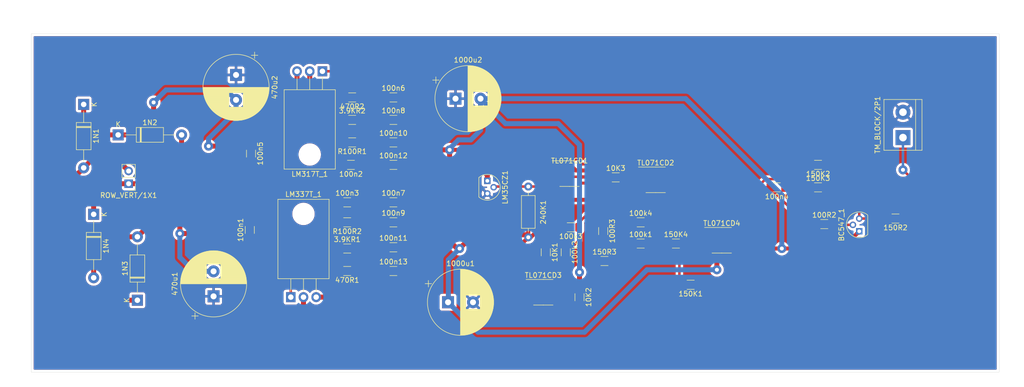
<source format=kicad_pcb>
(kicad_pcb (version 20241229) (generator "pcbnew") (generator_version "9.0")
  (layers (0 "F.Cu" signal) (2 "B.Cu" signal) (13 "F.Paste" user) (15 "B.Paste" user) (5 "F.SilkS" user "F.Silkscreen") (7 "B.SilkS" user "B.Silkscreen") (1 "F.Mask" user) (3 "B.Mask" user) (25 "Edge.Cuts" user))
  (net 0 "")
  (net 1 "Net-(1N1-K)")
  (net 2 "Net-(1N1-A)")
  (net 3 "Net-(1N2-A)")
  (net 4 "Net-(1N3-A)")
  (net 5 "Net-(LM337T_1-ADJ)")
  (net 6 "GND")
  (net 7 "Net-(LM317T_1-ADJ)")
  (net 8 "Net-(TL071CD3--)")
  (net 9 "Net-(TL071CD2-+)")
  (net 10 "Net-(3.9KR1-Pad2)")
  (net 11 "Net-(TL071CD3-+)")
  (net 12 "Net-(TL071CD1--)")
  (net 13 "Net-(TL071CD2--)")
  (net 14 "Net-(100k1-Pad2)")
  (net 15 "Net-(3.9KR2-Pad1)")
  (net 16 "Net-(100R2-Pad1)")
  (net 17 "Net-(TL071CD4--)")
  (net 18 "+12V")
  (net 19 "Net-(BC547_1-B)")
  (net 20 "Net-(100R3-Pad2)")
  (net 21 "Net-(TL071CD4-+)")
  (net 22 "Net-(BC547_1-E)")
  (net 23 "Net-(LM35CZ1-Vout)")
  (net 36 "-12V")
  (net 37 "Net-(TM_BLOCK/2P1-Pin_1)")
  (footprint "VAMK_R_SMD:1206" (layer "F.Cu") (at 188.5 107 180)
    (property "Reference" "150K1" (at 0 -1.82 0) (layer "F.SilkS"))
    (property "Value" "150k")
    (pad "1" smd roundrect (at -1.55 0 180) (size 1.3 1.75) (layers "F.Cu" "F.Mask" "F.Paste") (roundrect_rratio 0.192308) (net 37 "Net-(TM_BLOCK/2P1-Pin_1)"))
    (pad "2" smd roundrect (at 1.55 0 180) (size 1.3 1.75) (layers "F.Cu" "F.Mask" "F.Paste") (roundrect_rratio 0.192308) (net 21 "Net-(TL071CD4-+)"))
  )
  (footprint "VAMK_IC_SMD:SO8IC" (layer "F.Cu") (at 194.725 98.095)
    (property "Reference" "TL071CD4" (at 0 -3.4 0) (layer "F.SilkS"))
    (property "Value" "TL071CD_SO8")
    (pad "1" smd roundrect (at -2.475 -1.905) (size 1.95 0.6) (layers "F.Cu" "F.Mask" "F.Paste"))
    (pad "2" smd roundrect (at -2.475 -0.635) (size 1.95 0.6) (layers "F.Cu" "F.Mask" "F.Paste") (net 17 "Net-(TL071CD4--)"))
    (pad "3" smd roundrect (at -2.475 0.635) (size 1.95 0.6) (layers "F.Cu" "F.Mask" "F.Paste") (net 21 "Net-(TL071CD4-+)"))
    (pad "4" smd roundrect (at -2.475 1.905) (size 1.95 0.6) (layers "F.Cu" "F.Mask" "F.Paste") (net 36 "-12V"))
    (pad "5" smd roundrect (at 2.475 1.905) (size 1.95 0.6) (layers "F.Cu" "F.Mask" "F.Paste"))
    (pad "6" smd roundrect (at 2.475 0.635) (size 1.95 0.6) (layers "F.Cu" "F.Mask" "F.Paste") (net 16 "Net-(100R2-Pad1)"))
    (pad "7" smd roundrect (at 2.475 -0.635) (size 1.95 0.6) (layers "F.Cu" "F.Mask" "F.Paste") (net 18 "+12V"))
    (pad "8" smd roundrect (at 2.475 -1.905) (size 1.95 0.6) (layers "F.Cu" "F.Mask" "F.Paste"))
  )
  (footprint "VAMK_R_SMD:1206" (layer "F.Cu") (at 171 96.25 -90)
    (property "Reference" "100R3" (at 0 -1.82 90) (layer "F.SilkS"))
    (property "Value" "100R")
    (pad "1" smd roundrect (at -1.55 0 270) (size 1.3 1.75) (layers "F.Cu" "F.Mask" "F.Paste") (roundrect_rratio 0.192308) (net 6 "GND"))
    (pad "2" smd roundrect (at 1.55 0 270) (size 1.3 1.75) (layers "F.Cu" "F.Mask" "F.Paste") (roundrect_rratio 0.192308) (net 20 "Net-(100R3-Pad2)"))
  )
  (footprint "VAMK_R_SMD:1206" (layer "F.Cu") (at 185.55 98.75)
    (property "Reference" "150K4" (at 0 -1.82 0) (layer "F.SilkS"))
    (property "Value" "150k")
    (pad "1" smd roundrect (at -1.55 0) (size 1.3 1.75) (layers "F.Cu" "F.Mask" "F.Paste") (roundrect_rratio 0.192308) (net 14 "Net-(100k1-Pad2)"))
    (pad "2" smd roundrect (at 1.55 0) (size 1.3 1.75) (layers "F.Cu" "F.Mask" "F.Paste") (roundrect_rratio 0.192308) (net 21 "Net-(TL071CD4-+)"))
  )
  (footprint "VAMK_C_SMD:C1206" (layer "F.Cu") (at 100.25 96.025 90)
    (property "Reference" "100n1" (at 0 -1.85 90) (layer "F.SilkS"))
    (property "Value" "100NF_50V_CER")
    (pad "1" smd roundrect (at -1.475 0 90) (size 1.15 1.8) (layers "F.Cu" "F.Mask" "F.Paste") (roundrect_rratio 0.217391) (net 4 "Net-(1N3-A)"))
    (pad "2" smd roundrect (at 1.475 0 90) (size 1.15 1.8) (layers "F.Cu" "F.Mask" "F.Paste") (roundrect_rratio 0.217391) (net 6 "GND"))
  )
  (footprint "VAMK_C_SMD:C1206" (layer "F.Cu") (at 120.5 83 180)
    (property "Reference" "100n2" (at 0 -1.85 0) (layer "F.SilkS"))
    (property "Value" "100NF_50V_CER")
    (pad "1" smd roundrect (at -1.475 0 180) (size 1.15 1.8) (layers "F.Cu" "F.Mask" "F.Paste") (roundrect_rratio 0.217391) (net 6 "GND"))
    (pad "2" smd roundrect (at 1.475 0 180) (size 1.15 1.8) (layers "F.Cu" "F.Mask" "F.Paste") (roundrect_rratio 0.217391) (net 18 "+12V"))
  )
  (footprint "VAMK_R_SMD:1206" (layer "F.Cu") (at 171.25 102.25)
    (property "Reference" "150R3" (at 0 -1.82 0) (layer "F.SilkS"))
    (property "Value" "150R")
    (pad "1" smd roundrect (at -1.55 0) (size 1.3 1.75) (layers "F.Cu" "F.Mask" "F.Paste") (roundrect_rratio 0.192308) (net 20 "Net-(100R3-Pad2)"))
    (pad "2" smd roundrect (at 1.55 0) (size 1.3 1.75) (layers "F.Cu" "F.Mask" "F.Paste") (roundrect_rratio 0.192308) (net 11 "Net-(TL071CD3-+)"))
  )
  (footprint "VAMK_R_SMD:1206" (layer "F.Cu") (at 119.75 104.25 180)
    (property "Reference" "470R1" (at 0 -1.82 0) (layer "F.SilkS"))
    (property "Value" "470R")
    (pad "1" smd roundrect (at -1.55 0 180) (size 1.3 1.75) (layers "F.Cu" "F.Mask" "F.Paste") (roundrect_rratio 0.192308) (net 36 "-12V"))
    (pad "2" smd roundrect (at 1.55 0 180) (size 1.3 1.75) (layers "F.Cu" "F.Mask" "F.Paste") (roundrect_rratio 0.192308) (net 5 "Net-(LM337T_1-ADJ)"))
  )
  (footprint "VAMK_D:DO41" (layer "F.Cu") (at 77.75 110.1 90)
    (property "Reference" "1N3" (at 6.35 -2.47 90) (layer "F.SilkS"))
    (property "Value" "1N4007")
    (fp_text user "K" (at 0 -2.1 90) (layer "F.SilkS"))
    (pad "1" thru_hole rect (at 0 0 90) (size 2.2 2.2) (drill 1.1) (layers "*.Cu" "*.Mask") (net 2 "Net-(1N1-A)"))
    (pad "2" thru_hole oval (at 12.7 0 90) (size 2.2 2.2) (drill 1.1) (layers "*.Cu" "*.Mask") (net 4 "Net-(1N3-A)"))
  )
  (footprint "VAMK_D:DO41" (layer "F.Cu") (at 69 92.9 -90)
    (property "Reference" "1N4" (at 6.35 -2.47 90) (layer "F.SilkS"))
    (property "Value" "1N4007")
    (fp_text user "K" (at 0 -2.1 90) (layer "F.SilkS"))
    (pad "1" thru_hole rect (at 0 0 270) (size 2.2 2.2) (drill 1.1) (layers "*.Cu" "*.Mask") (net 3 "Net-(1N2-A)"))
    (pad "2" thru_hole oval (at 12.7 0 270) (size 2.2 2.2) (drill 1.1) (layers "*.Cu" "*.Mask") (net 4 "Net-(1N3-A)"))
  )
  (footprint "VAMK_R_SMD:1206" (layer "F.Cu") (at 214 83 180)
    (property "Reference" "150K2" (at 0 -1.82 0) (layer "F.SilkS"))
    (property "Value" "150k")
    (pad "1" smd roundrect (at -1.55 0 180) (size 1.3 1.75) (layers "F.Cu" "F.Mask" "F.Paste") (roundrect_rratio 0.192308) (net 6 "GND"))
    (pad "2" smd roundrect (at 1.55 0 180) (size 1.3 1.75) (layers "F.Cu" "F.Mask" "F.Paste") (roundrect_rratio 0.192308) (net 17 "Net-(TL071CD4--)"))
  )
  (footprint "VAMK_R_SMD:1206" (layer "F.Cu") (at 178.5 98.75)
    (property "Reference" "100k1" (at 0 -1.82 0) (layer "F.SilkS"))
    (property "Value" "100k")
    (pad "1" smd roundrect (at -1.55 0) (size 1.3 1.75) (layers "F.Cu" "F.Mask" "F.Paste") (roundrect_rratio 0.192308) (net 13 "Net-(TL071CD2--)"))
    (pad "2" smd roundrect (at 1.55 0) (size 1.3 1.75) (layers "F.Cu" "F.Mask" "F.Paste") (roundrect_rratio 0.192308) (net 14 "Net-(100k1-Pad2)"))
  )
  (footprint "VAMK_C_SMD:C1206" (layer "F.Cu") (at 129 104.25)
    (property "Reference" "100n13" (at 0 -1.85 0) (layer "F.SilkS"))
    (property "Value" "100NF_50V_CER")
    (pad "1" smd roundrect (at -1.475 0) (size 1.15 1.8) (layers "F.Cu" "F.Mask" "F.Paste") (roundrect_rratio 0.217391) (net 36 "-12V"))
    (pad "2" smd roundrect (at 1.475 0) (size 1.15 1.8) (layers "F.Cu" "F.Mask" "F.Paste") (roundrect_rratio 0.217391) (net 6 "GND"))
  )
  (footprint "VAMK_IC_SMD:SO8IC" (layer "F.Cu") (at 164.25 84.75)
    (property "Reference" "TL071CD1" (at 0 -2.56 0) (layer "F.SilkS"))
    (property "Value" "TL071CD_SO8")
    (pad "1" smd roundrect (at -2.475 -1.905) (size 1.95 0.6) (layers "F.Cu" "F.Mask" "F.Paste"))
    (pad "2" smd roundrect (at -2.475 -0.635) (size 1.95 0.6) (layers "F.Cu" "F.Mask" "F.Paste") (net 12 "Net-(TL071CD1--)"))
    (pad "3" smd roundrect (at -2.475 0.635) (size 1.95 0.6) (layers "F.Cu" "F.Mask" "F.Paste") (net 23 "Net-(LM35CZ1-Vout)"))
    (pad "4" smd roundrect (at -2.475 1.905) (size 1.95 0.6) (layers "F.Cu" "F.Mask" "F.Paste") (net 36 "-12V"))
    (pad "5" smd roundrect (at 2.475 1.905) (size 1.95 0.6) (layers "F.Cu" "F.Mask" "F.Paste"))
    (pad "6" smd roundrect (at 2.475 0.635) (size 1.95 0.6) (layers "F.Cu" "F.Mask" "F.Paste") (net 12 "Net-(TL071CD1--)"))
    (pad "7" smd roundrect (at 2.475 -0.635) (size 1.95 0.6) (layers "F.Cu" "F.Mask" "F.Paste") (net 18 "+12V"))
    (pad "8" smd roundrect (at 2.475 -1.905) (size 1.95 0.6) (layers "F.Cu" "F.Mask" "F.Paste"))
  )
  (footprint "VAMK_C_SMD:C1206" (layer "F.Cu") (at 129 90.5)
    (property "Reference" "100n7" (at 0 -1.85 0) (layer "F.SilkS"))
    (property "Value" "100NF_50V_CER")
    (pad "1" smd roundrect (at -1.475 0) (size 1.15 1.8) (layers "F.Cu" "F.Mask" "F.Paste") (roundrect_rratio 0.217391) (net 36 "-12V"))
    (pad "2" smd roundrect (at 1.475 0) (size 1.15 1.8) (layers "F.Cu" "F.Mask" "F.Paste") (roundrect_rratio 0.217391) (net 6 "GND"))
  )
  (footprint "VAMK_R:R3_5W" (layer "F.Cu") (at 156 92.5 90)
    (property "Reference" "240K1" (at 0 3 90) (layer "F.SilkS"))
    (property "Value" "240k")
    (pad "1" thru_hole circle (at -5 0 90) (size 1.6 1.6) (drill 0.8) (layers "*.Cu" "*.Mask") (net 36 "-12V"))
    (pad "2" thru_hole oval (at 5.16 0 90) (size 1.6 1.6) (drill 0.8) (layers "*.Cu" "*.Mask") (net 23 "Net-(LM35CZ1-Vout)"))
  )
  (footprint "VAMK_C_SMD:C1206" (layer "F.Cu") (at 129 99.5)
    (property "Reference" "100n11" (at 0 -1.85 0) (layer "F.SilkS"))
    (property "Value" "100NF_50V_CER")
    (pad "1" smd roundrect (at -1.475 0) (size 1.15 1.8) (layers "F.Cu" "F.Mask" "F.Paste") (roundrect_rratio 0.217391) (net 36 "-12V"))
    (pad "2" smd roundrect (at 1.475 0) (size 1.15 1.8) (layers "F.Cu" "F.Mask" "F.Paste") (roundrect_rratio 0.217391) (net 6 "GND"))
  )
  (footprint "VAMK_R_SMD:1206" (layer "F.Cu") (at 119.75 99.75)
    (property "Reference" "3.9KR1" (at 0 -1.82 0) (layer "F.SilkS"))
    (property "Value" "3.9k")
    (pad "1" smd roundrect (at -1.55 0) (size 1.3 1.75) (layers "F.Cu" "F.Mask" "F.Paste") (roundrect_rratio 0.192308) (net 5 "Net-(LM337T_1-ADJ)"))
    (pad "2" smd roundrect (at 1.55 0) (size 1.3 1.75) (layers "F.Cu" "F.Mask" "F.Paste") (roundrect_rratio 0.192308) (net 10 "Net-(3.9KR1-Pad2)"))
  )
  (footprint "VAMK_C:C_P_5_0_13" (layer "F.Cu") (at 141.434784 69.75)
    (property "Reference" "1000u2" (at 2.5 -7.75 0) (layer "F.SilkS"))
    (property "Value" "1000UF_50V_ELE")
    (pad "1" thru_hole rect (at 0 0) (size 2.4 2.4) (drill 1.2) (layers "*.Cu" "*.Mask") (net 6 "GND"))
    (pad "2" thru_hole circle (at 5 0) (size 2.4 2.4) (drill 1.2) (layers "*.Cu" "*.Mask") (net 18 "+12V"))
  )
  (footprint "VAMK_ANA:TO-92" (layer "F.Cu") (at 222.25 96.29 90)
    (property "Reference" "BC547_1" (at 1.29 -3.56 90) (layer "F.SilkS"))
    (property "Value" "BC547_TO92_0.1A")
    (pad "1" thru_hole rect (at 0 0 90) (size 1.3 1.3) (drill 0.75) (layers "*.Cu" "*.Mask") (net 18 "+12V"))
    (pad "2" thru_hole circle (at 1.28 -1.27 90) (size 1.3 1.3) (drill 0.75) (layers "*.Cu" "*.Mask") (net 19 "Net-(BC547_1-B)"))
    (pad "3" thru_hole circle (at 2.54 0 90) (size 1.3 1.3) (drill 0.75) (layers "*.Cu" "*.Mask") (net 22 "Net-(BC547_1-E)"))
  )
  (footprint "VAMK_CON:TM_BLOCK_2P" (layer "F.Cu") (at 231 77.54 90)
    (property "Reference" "TM_BLOCK/2P1" (at 2.54 -5.08 90) (layer "F.SilkS"))
    (property "Value" "TM_BLOCK_2P")
    (pad "1" thru_hole rect (at 0 0 90) (size 3 3) (drill 1.52) (layers "*.Cu" "*.Mask") (net 37 "Net-(TM_BLOCK/2P1-Pin_1)"))
    (pad "2" thru_hole circle (at 5.08 0 90) (size 3 3) (drill 1.52) (layers "*.Cu" "*.Mask") (net 6 "GND"))
  )
  (footprint "VAMK_C:C_P_5_0_13" (layer "F.Cu") (at 139.934785 110.5)
    (property "Reference" "1000u1" (at 2.5 -7.75 0) (layer "F.SilkS"))
    (property "Value" "1000UF_50V_ELE")
    (pad "1" thru_hole rect (at 0 0) (size 2.4 2.4) (drill 1.2) (layers "*.Cu" "*.Mask") (net 36 "-12V"))
    (pad "2" thru_hole circle (at 5 0) (size 2.4 2.4) (drill 1.2) (layers "*.Cu" "*.Mask") (net 6 "GND"))
  )
  (footprint "VAMK_R_SMD:1206" (layer "F.Cu") (at 120.75 74)
    (property "Reference" "3.9KR2" (at 0 -1.82 0) (layer "F.SilkS"))
    (property "Value" "3.9k")
    (pad "1" smd roundrect (at -1.55 0) (size 1.3 1.75) (layers "F.Cu" "F.Mask" "F.Paste") (roundrect_rratio 0.192308) (net 15 "Net-(3.9KR2-Pad1)"))
    (pad "2" smd roundrect (at 1.55 0) (size 1.3 1.75) (layers "F.Cu" "F.Mask" "F.Paste") (roundrect_rratio 0.192308) (net 7 "Net-(LM317T_1-ADJ)"))
  )
  (footprint "VAMK_R_SMD:1206" (layer "F.Cu") (at 166.25 109.5 -90)
    (property "Reference" "10K2" (at 0 -1.82 90) (layer "F.SilkS"))
    (property "Value" "10k")
    (pad "1" smd roundrect (at -1.55 0 270) (size 1.3 1.75) (layers "F.Cu" "F.Mask" "F.Paste") (roundrect_rratio 0.192308) (net 18 "+12V"))
    (pad "2" smd roundrect (at 1.55 0 270) (size 1.3 1.75) (layers "F.Cu" "F.Mask" "F.Paste") (roundrect_rratio 0.192308) (net 11 "Net-(TL071CD3-+)"))
  )
  (footprint "VAMK_D:DO41" (layer "F.Cu") (at 73.9 77)
    (property "Reference" "1N2" (at 6.35 -2.47 0) (layer "F.SilkS"))
    (property "Value" "1N4007")
    (fp_text user "K" (at 0 -2.1 0) (layer "F.SilkS"))
    (pad "1" thru_hole rect (at 0 0) (size 2.2 2.2) (drill 1.1) (layers "*.Cu" "*.Mask") (net 1 "Net-(1N1-K)"))
    (pad "2" thru_hole oval (at 12.7 0) (size 2.2 2.2) (drill 1.1) (layers "*.Cu" "*.Mask") (net 3 "Net-(1N2-A)"))
  )
  (footprint "VAMK_R_SMD:1206" (layer "F.Cu") (at 120.75 78.5 180)
    (property "Reference" "R100R1" (at 0 -1.82 0) (layer "F.SilkS"))
    (property "Value" "100R")
    (pad "1" smd roundrect (at -1.55 0 180) (size 1.3 1.75) (layers "F.Cu" "F.Mask" "F.Paste") (roundrect_rratio 0.192308) (net 6 "GND"))
    (pad "2" smd roundrect (at 1.55 0 180) (size 1.3 1.75) (layers "F.Cu" "F.Mask" "F.Paste") (roundrect_rratio 0.192308) (net 15 "Net-(3.9KR2-Pad1)"))
  )
  (footprint "VAMK_C_SMD:C1206" (layer "F.Cu") (at 129 74)
    (property "Reference" "100n8" (at 0 -1.85 0) (layer "F.SilkS"))
    (property "Value" "100NF_50V_CER")
    (pad "1" smd roundrect (at -1.475 0) (size 1.15 1.8) (layers "F.Cu" "F.Mask" "F.Paste") (roundrect_rratio 0.217391) (net 6 "GND"))
    (pad "2" smd roundrect (at 1.475 0) (size 1.15 1.8) (layers "F.Cu" "F.Mask" "F.Paste") (roundrect_rratio 0.217391) (net 18 "+12V"))
  )
  (footprint "VAMK_R_SMD:1206" (layer "F.Cu") (at 119.75 94.5 180)
    (property "Reference" "R100R2" (at 0 -1.82 0) (layer "F.SilkS"))
    (property "Value" "100R")
    (pad "1" smd roundrect (at -1.55 0 180) (size 1.3 1.75) (layers "F.Cu" "F.Mask" "F.Paste") (roundrect_rratio 0.192308) (net 10 "Net-(3.9KR1-Pad2)"))
    (pad "2" smd roundrect (at 1.55 0 180) (size 1.3 1.75) (layers "F.Cu" "F.Mask" "F.Paste") (roundrect_rratio 0.192308) (net 6 "GND"))
  )
  (footprint "VAMK_R_SMD:1206" (layer "F.Cu") (at 215.25 94.86)
    (property "Reference" "100R2" (at 0 -1.82 0) (layer "F.SilkS"))
    (property "Value" "100R")
    (pad "1" smd roundrect (at -1.55 0) (size 1.3 1.75) (layers "F.Cu" "F.Mask" "F.Paste") (roundrect_rratio 0.192308) (net 16 "Net-(100R2-Pad1)"))
    (pad "2" smd roundrect (at 1.55 0) (size 1.3 1.75) (layers "F.Cu" "F.Mask" "F.Paste") (roundrect_rratio 0.192308) (net 19 "Net-(BC547_1-B)"))
  )
  (footprint "VAMK_CON:ROW_VERT_1x2" (layer "F.Cu") (at 76 86.775 180)
    (property "Reference" "ROW_VERT/1X1" (at 0 -2.33 0) (layer "F.SilkS"))
    (property "Value" "ROW_VERT_1X2")
    (pad "1" thru_hole rect (at 0 0 180) (size 1.7 1.7) (drill 1) (layers "*.Cu" "*.Mask") (net 3 "Net-(1N2-A)"))
    (pad "2" thru_hole oval (at 0 2.54 180) (size 1.7 1.7) (drill 1) (layers "*.Cu" "*.Mask") (net 2 "Net-(1N1-A)"))
  )
  (footprint "VAMK_C:C_P_5_0_13" (layer "F.Cu") (at 97.5 65 -90)
    (property "Reference" "470u2" (at 2.5 -7.75 90) (layer "F.SilkS"))
    (property "Value" "470UF_50V_ELE")
    (pad "1" thru_hole rect (at 0 0 270) (size 2.4 2.4) (drill 1.2) (layers "*.Cu" "*.Mask") (net 6 "GND"))
    (pad "2" thru_hole circle (at 5 0 270) (size 2.4 2.4) (drill 1.2) (layers "*.Cu" "*.Mask") (net 1 "Net-(1N1-K)"))
  )
  (footprint "VAMK_R_SMD:1206" (layer "F.Cu") (at 178.5 94.5)
    (property "Reference" "100k4" (at 0 -1.82 0) (layer "F.SilkS"))
    (property "Value" "100k")
    (pad "1" smd roundrect (at -1.55 0) (size 1.3 1.75) (layers "F.Cu" "F.Mask" "F.Paste") (roundrect_rratio 0.192308) (net 13 "Net-(TL071CD2--)"))
    (pad "2" smd roundrect (at 1.55 0) (size 1.3 1.75) (layers "F.Cu" "F.Mask" "F.Paste") (roundrect_rratio 0.192308) (net 14 "Net-(100k1-Pad2)"))
  )
  (footprint "VAMK_R_SMD:1206" (layer "F.Cu") (at 229.5 93.75 180)
    (property "Reference" "150R2" (at 0 -1.82 0) (layer "F.SilkS"))
    (property "Value" "150R")
    (pad "1" smd roundrect (at -1.55 0 180) (size 1.3 1.75) (layers "F.Cu" "F.Mask" "F.Paste") (roundrect_rratio 0.192308) (net 37 "Net-(TM_BLOCK/2P1-Pin_1)"))
    (pad "2" smd roundrect (at 1.55 0 180) (size 1.3 1.75) (layers "F.Cu" "F.Mask" "F.Paste") (roundrect_rratio 0.192308) (net 22 "Net-(BC547_1-E)"))
  )
  (footprint "VAMK_C_SMD:C1206" (layer "F.Cu") (at 119.75 90.5)
    (property "Reference" "100n3" (at 0 -1.85 0) (layer "F.SilkS"))
    (property "Value" "100NF_50V_CER")
    (pad "1" smd roundrect (at -1.475 0) (size 1.15 1.8) (layers "F.Cu" "F.Mask" "F.Paste") (roundrect_rratio 0.217391) (net 6 "GND"))
    (pad "2" smd roundrect (at 1.475 0) (size 1.15 1.8) (layers "F.Cu" "F.Mask" "F.Paste") (roundrect_rratio 0.217391) (net 36 "-12V"))
  )
  (footprint "VAMK_C_SMD:C1206" (layer "F.Cu") (at 129 94.5)
    (property "Reference" "100n9" (at 0 -1.85 0) (layer "F.SilkS"))
    (property "Value" "100NF_50V_CER")
    (pad "1" smd roundrect (at -1.475 0) (size 1.15 1.8) (layers "F.Cu" "F.Mask" "F.Paste") (roundrect_rratio 0.217391) (net 36 "-12V"))
    (pad "2" smd roundrect (at 1.475 0) (size 1.15 1.8) (layers "F.Cu" "F.Mask" "F.Paste") (roundrect_rratio 0.217391) (net 6 "GND"))
  )
  (footprint "VAMK_R_SMD:1206" (layer "F.Cu") (at 159.5 100.5 -90)
    (property "Reference" "10K1" (at 0 -1.82 90) (layer "F.SilkS"))
    (property "Value" "10k")
    (pad "1" smd roundrect (at -1.55 0 270) (size 1.3 1.75) (layers "F.Cu" "F.Mask" "F.Paste") (roundrect_rratio 0.192308) (net 9 "Net-(TL071CD2-+)"))
    (pad "2" smd roundrect (at 1.55 0 270) (size 1.3 1.75) (layers "F.Cu" "F.Mask" "F.Paste") (roundrect_rratio 0.192308) (net 8 "Net-(TL071CD3--)"))
  )
  (footprint "VAMK_IC_SMD:SO8IC" (layer "F.Cu") (at 159 108.5)
    (property "Reference" "TL071CD3" (at 0 -3.4 0) (layer "F.SilkS"))
    (property "Value" "TL071CD_SO8")
    (pad "1" smd roundrect (at -2.475 -1.905) (size 1.95 0.6) (layers "F.Cu" "F.Mask" "F.Paste"))
    (pad "2" smd roundrect (at -2.475 -0.635) (size 1.95 0.6) (layers "F.Cu" "F.Mask" "F.Paste") (net 8 "Net-(TL071CD3--)"))
    (pad "3" smd roundrect (at -2.475 0.635) (size 1.95 0.6) (layers "F.Cu" "F.Mask" "F.Paste") (net 11 "Net-(TL071CD3-+)"))
    (pad "4" smd roundrect (at -2.475 1.905) (size 1.95 0.6) (layers "F.Cu" "F.Mask" "F.Paste") (net 36 "-12V"))
    (pad "5" smd roundrect (at 2.475 1.905) (size 1.95 0.6) (layers "F.Cu" "F.Mask" "F.Paste"))
    (pad "6" smd roundrect (at 2.475 0.635) (size 1.95 0.6) (layers "F.Cu" "F.Mask" "F.Paste") (net 8 "Net-(TL071CD3--)"))
    (pad "7" smd roundrect (at 2.475 -0.635) (size 1.95 0.6) (layers "F.Cu" "F.Mask" "F.Paste") (net 18 "+12V"))
    (pad "8" smd roundrect (at 2.475 -1.905) (size 1.95 0.6) (layers "F.Cu" "F.Mask" "F.Paste"))
  )
  (footprint "VAMK_C_SMD:C1206" (layer "F.Cu") (at 100.5 80.75 -90)
    (property "Reference" "100n5" (at 0 -1.85 90) (layer "F.SilkS"))
    (property "Value" "100NF_50V_CER")
    (pad "1" smd roundrect (at -1.475 0 270) (size 1.15 1.8) (layers "F.Cu" "F.Mask" "F.Paste") (roundrect_rratio 0.217391) (net 1 "Net-(1N1-K)"))
    (pad "2" smd roundrect (at 1.475 0 270) (size 1.15 1.8) (layers "F.Cu" "F.Mask" "F.Paste") (roundrect_rratio 0.217391) (net 6 "GND"))
  )
  (footprint "VAMK_R_SMD:1206" (layer "F.Cu") (at 164.5 95.5 180)
    (property "Reference" "100k3" (at 0 -1.82 0) (layer "F.SilkS"))
    (property "Value" "100k")
    (pad "1" smd roundrect (at -1.55 0 180) (size 1.3 1.75) (layers "F.Cu" "F.Mask" "F.Paste") (roundrect_rratio 0.192308) (net 9 "Net-(TL071CD2-+)"))
    (pad "2" smd roundrect (at 1.55 0 180) (size 1.3 1.75) (layers "F.Cu" "F.Mask" "F.Paste") (roundrect_rratio 0.192308) (net 6 "GND"))
  )
  (footprint "VAMK_IC:TO-92" (layer "F.Cu") (at 147.8 86.2 -90)
    (property "Reference" "LM35CZ1" (at 1.29 -3.56 90) (layer "F.SilkS"))
    (property "Value" "LM35CZ_TO92")
    (pad "1" thru_hole rect (at 0 0 270) (size 1.3 1.3) (drill 0.75) (layers "*.Cu" "*.Mask") (net 18 "+12V"))
    (pad "2" thru_hole circle (at 1.28 -1.27 270) (size 1.3 1.3) (drill 0.75) (layers "*.Cu" "*.Mask") (net 23 "Net-(LM35CZ1-Vout)"))
    (pad "3" thru_hole circle (at 2.54 0 270) (size 1.3 1.3) (drill 0.75) (layers "*.Cu" "*.Mask") (net 6 "GND"))
  )
  (footprint "VAMK_C_SMD:C1206" (layer "F.Cu") (at 129 69.5)
    (property "Reference" "100n6" (at 0 -1.85 0) (layer "F.SilkS"))
    (property "Value" "100NF_50V_CER" (hide yes))
    (pad "1" smd roundrect (at -1.475 0) (size 1.15 1.8) (layers "F.Cu" "F.Mask" "F.Paste") (roundrect_rratio 0.217391) (net 6 "GND"))
    (pad "2" smd roundrect (at 1.475 0) (size 1.15 1.8) (layers "F.Cu" "F.Mask" "F.Paste") (roundrect_rratio 0.217391) (net 18 "+12V"))
  )
  (footprint "VAMK_C_SMD:C1206" (layer "F.Cu") (at 129 83)
    (property "Reference" "100n12" (at 0 -1.85 0) (layer "F.SilkS"))
    (property "Value" "100NF_50V_CER")
    (pad "1" smd roundrect (at -1.475 0) (size 1.15 1.8) (layers "F.Cu" "F.Mask" "F.Paste") (roundrect_rratio 0.217391) (net 6 "GND"))
    (pad "2" smd roundrect (at 1.475 0) (size 1.15 1.8) (layers "F.Cu" "F.Mask" "F.Paste") (roundrect_rratio 0.217391) (net 18 "+12V"))
  )
  (footprint "VAMK_C_SMD:C1206" (layer "F.Cu") (at 205.75 87.5 180)
    (property "Reference" "100n4" (at 0 -1.85 0) (layer "F.SilkS"))
    (property "Value" "100NF_50V_CER")
    (pad "1" smd roundrect (at -1.475 0 180) (size 1.15 1.8) (layers "F.Cu" "F.Mask" "F.Paste") (roundrect_rratio 0.217391) (net 17 "Net-(TL071CD4--)"))
    (pad "2" smd roundrect (at 1.475 0 180) (size 1.15 1.8) (layers "F.Cu" "F.Mask" "F.Paste") (roundrect_rratio 0.217391) (net 16 "Net-(100R2-Pad1)"))
  )
  (footprint "VAMK_D:DO41" (layer "F.Cu") (at 67 70.9 -90)
    (property "Reference" "1N1" (at 6.35 -2.47 90) (layer "F.SilkS"))
    (property "Value" "1N4007")
    (fp_text user "K" (at 0 -2.1 90) (layer "F.SilkS"))
    (pad "1" thru_hole rect (at 0 0 270) (size 2.2 2.2) (drill 1.1) (layers "*.Cu" "*.Mask") (net 1 "Net-(1N1-K)"))
    (pad "2" thru_hole oval (at 12.7 0 270) (size 2.2 2.2) (drill 1.1) (layers "*.Cu" "*.Mask") (net 2 "Net-(1N1-A)"))
  )
  (footprint "VAMK_R_SMD:1206" (layer "F.Cu") (at 120.75 69.5 180)
    (property "Reference" "470R2" (at 0 -1.82 0) (layer "F.SilkS"))
    (property "Value" "470R")
    (pad "1" smd roundrect (at -1.55 0 180) (size 1.3 1.75) (layers "F.Cu" "F.Mask" "F.Paste") (roundrect_rratio 0.192308) (net 7 "Net-(LM317T_1-ADJ)"))
    (pad "2" smd roundrect (at 1.55 0 180) (size 1.3 1.75) (layers "F.Cu" "F.Mask" "F.Paste") (roundrect_rratio 0.192308) (net 18 "+12V"))
  )
  (footprint "VAMK_R_SMD:1206" (layer "F.Cu") (at 163.5 100.5 -90)
    (property "Reference" "100k2" (at 0 -1.82 90) (layer "F.SilkS"))
    (property "Value" "100k")
    (pad "1" smd roundrect (at -1.55 0 270) (size 1.3 1.75) (layers "F.Cu" "F.Mask" "F.Paste") (roundrect_rratio 0.192308) (net 9 "Net-(TL071CD2-+)"))
    (pad "2" smd roundrect (at 1.55 0 270) (size 1.3 1.75) (layers "F.Cu" "F.Mask" "F.Paste") (roundrect_rratio 0.192308) (net 6 "GND"))
  )
  (footprint "VAMK_ANA:TO-220" (layer "F.Cu") (at 114.79 64.27 180)
    (property "Reference" "LM317T_1" (at 2.54 -20.58 0) (layer "F.SilkS"))
    (property "Value" "LM317T_TO220_1.5A")
    (pad "" np_thru_hole oval (at 2.54 -16.66 180) (size 3.5 3.5) (drill 3.5) (layers "*.Cu" "*.Mask"))
    (pad "1" thru_hole rect (at 0 0 180) (size 1.905 2) (drill 1.1) (layers "*.Cu" "*.Mask") (net 7 "Net-(LM317T_1-ADJ)"))
    (pad "2" thru_hole oval (at 2.54 0 180) (size 1.905 2) (drill 1.1) (layers "*.Cu" "*.Mask") (net 18 "+12V"))
    (pad "3" thru_hole oval (at 5.08 0 180) (size 1.905 2) (drill 1.1) (layers "*.Cu" "*.Mask") (net 1 "Net-(1N1-K)"))
  )
  (footprint "VAMK_R_SMD:1206" (layer "F.Cu") (at 214 87.5)
    (property "Reference" "150K3" (at 0 -1.82 0) (layer "F.SilkS"))
    (property "Value" "150k")
    (pad "1" smd roundrect (at -1.55 0) (size 1.3 1.75) (layers "F.Cu" "F.Mask" "F.Paste") (roundrect_rratio 0.192308) (net 17 "Net-(TL071CD4--)"))
    (pad "2" smd roundrect (at 1.55 0) (size 1.3 1.75) (layers "F.Cu" "F.Mask" "F.Paste") (roundrect_rratio 0.192308) (net 22 "Net-(BC547_1-E)"))
  )
  (footprint "VAMK_IC_SMD:SO8IC" (layer "F.Cu") (at 181.5 86)
    (property "Reference" "TL071CD2" (at 0 -3.4 0) (layer "F.SilkS"))
    (property "Value" "TL071CD_SO8")
    (pad "1" smd roundrect (at -2.475 -1.905) (size 1.95 0.6) (layers "F.Cu" "F.Mask" "F.Paste"))
    (pad "2" smd roundrect (at -2.475 -0.635) (size 1.95 0.6) (layers "F.Cu" "F.Mask" "F.Paste") (net 13 "Net-(TL071CD2--)"))
    (pad "3" smd roundrect (at -2.475 0.635) (size 1.95 0.6) (layers "F.Cu" "F.Mask" "F.Paste") (net 9 "Net-(TL071CD2-+)"))
    (pad "4" smd roundrect (at -2.475 1.905) (size 1.95 0.6) (layers "F.Cu" "F.Mask" "F.Paste") (net 36 "-12V"))
    (pad "5" smd roundrect (at 2.475 1.905) (size 1.95 0.6) (layers "F.Cu" "F.Mask" "F.Paste"))
    (pad "6" smd roundrect (at 2.475 0.635) (size 1.95 0.6) (layers "F.Cu" "F.Mask" "F.Paste") (net 14 "Net-(100k1-Pad2)"))
    (pad "7" smd roundrect (at 2.475 -0.635) (size 1.95 0.6) (layers "F.Cu" "F.Mask" "F.Paste") (net 18 "+12V"))
    (pad "8" smd roundrect (at 2.475 -1.905) (size 1.95 0.6) (layers "F.Cu" "F.Mask" "F.Paste"))
  )
  (footprint "VAMK_R_SMD:1206" (layer "F.Cu") (at 173.5 85.5)
    (property "Reference" "10K3" (at 0 -1.82 0) (layer "F.SilkS"))
    (property "Value" "10k")
    (pad "1" smd roundrect (at -1.55 0) (size 1.3 1.75) (layers "F.Cu" "F.Mask" "F.Paste") (roundrect_rratio 0.192308) (net 12 "Net-(TL071CD1--)"))
    (pad "2" smd roundrect (at 1.55 0) (size 1.3 1.75) (layers "F.Cu" "F.Mask" "F.Paste") (roundrect_rratio 0.192308) (net 13 "Net-(TL071CD2--)"))
  )
  (footprint "VAMK_ANA:TO-220" (layer "F.Cu") (at 108.46 109.48)
    (property "Reference" "LM337T_1" (at 2.54 -20.58 0) (layer "F.SilkS"))
    (property "Value" "LM337T_TO220_1.5A")
    (pad "" np_thru_hole oval (at 2.54 -16.66) (size 3.5 3.5) (drill 3.5) (layers "*.Cu" "*.Mask"))
    (pad "1" thru_hole rect (at 0 0) (size 1.905 2) (drill 1.1) (layers "*.Cu" "*.Mask") (net 5 "Net-(LM337T_1-ADJ)"))
    (pad "2" thru_hole oval (at 2.54 0) (size 1.905 2) (drill 1.1) (layers "*.Cu" "*.Mask") (net 4 "Net-(1N3-A)"))
    (pad "3" thru_hole oval (at 5.08 0) (size 1.905 2) (drill 1.1) (layers "*.Cu" "*.Mask") (net 36 "-12V"))
  )
  (footprint "VAMK_C_SMD:C1206" (layer "F.Cu") (at 129 78.5)
    (property "Reference" "100n10" (at 0 -1.85 0) (layer "F.SilkS"))
    (property "Value" "100NF_50V_CER")
    (pad "1" smd roundrect (at -1.475 0) (size 1.15 1.8) (layers "F.Cu" "F.Mask" "F.Paste") (roundrect_rratio 0.217391) (net 6 "GND"))
    (pad "2" smd roundrect (at 1.475 0) (size 1.15 1.8) (layers "F.Cu" "F.Mask" "F.Paste") (roundrect_rratio 0.217391) (net 18 "+12V"))
  )
  (footprint "VAMK_C:C_P_5_0_13" (layer "F.Cu") (at 93 109.315216 90)
    (property "Reference" "470u1" (at 2.5 -7.75 90) (layer "F.SilkS"))
    (property "Value" "470UF_50V_ELE")
    (pad "1" thru_hole rect (at 0 0 90) (size 2.4 2.4) (drill 1.2) (layers "*.Cu" "*.Mask") (net 6 "GND"))
    (pad "2" thru_hole circle (at 5 0 90) (size 2.4 2.4) (drill 1.2) (layers "*.Cu" "*.Mask") (net 4 "Net-(1N3-A)"))
  )
  (gr_rect (start 56.5 56.75) (end 250.25 124.5) (stroke (width 0.05)) (fill no) (layer "Edge.Cuts"))
  (segment (start 74.5 77) (end 73.9 77) (width 0.5) (layer "F.Cu") (net 1))
  (segment (start 92 79.25) (end 100.475 79.25) (width 1) (layer "F.Cu") (net 1))
  (segment (start 79.75 77) (end 73.9 77) (width 1) (layer "F.Cu") (net 1))
  (segment (start 81 70.5) (end 81 75.75) (width 1) (layer "F.Cu") (net 1))
  (segment (start 109.71 70.065) (end 100.5 79.275) (width 1) (layer "F.Cu") (net 1))
  (segment (start 68.75 77) (end 73.9 77) (width 1) (layer "F.Cu") (net 1))
  (segment (start 67 70.9) (end 67 75.25) (width 1) (layer "F.Cu") (net 1))
  (segment (start 67 75.25) (end 68.75 77) (width 1) (layer "F.Cu") (net 1))
  (segment (start 109.71 64.27) (end 109.71 70.065) (width 1) (layer "F.Cu") (net 1))
  (segment (start 100.475 79.25) (end 100.5 79.275) (width 1) (layer "F.Cu") (net 1))
  (segment (start 81 75.75) (end 79.75 77) (width 1) (layer "F.Cu") (net 1))
  (via (at 92 79.25) (size 1.8) (drill 0.8) (layers "F.Cu" "B.Cu") (net 1))
  (via (at 81 70.5) (size 1.8) (drill 0.8) (layers "F.Cu" "B.Cu") (net 1))
  (segment (start 95.5 68) (end 83.5 68) (width 1) (layer "B.Cu") (net 1))
  (segment (start 83.5 68) (end 81 70.5) (width 1) (layer "B.Cu") (net 1))
  (segment (start 92 77.75) (end 92 79.25) (width 1) (layer "B.Cu") (net 1))
  (segment (start 97.5 70) (end 97.5 72.25) (width 1) (layer "B.Cu") (net 1))
  (segment (start 97.5 70) (end 95.5 68) (width 1) (layer "B.Cu") (net 1))
  (segment (start 97.5 72.25) (end 92 77.75) (width 1) (layer "B.Cu") (net 1))
  (segment (start 62.5 88.1) (end 67 83.6) (width 1) (layer "F.Cu") (net 2))
  (segment (start 77.75 110.1) (end 66.35 110.1) (width 1) (layer "F.Cu") (net 2))
  (segment (start 73.765 82) (end 68.6 82) (width 1) (layer "F.Cu") (net 2))
  (segment (start 68.6 82) (end 67 83.6) (width 1) (layer "F.Cu") (net 2))
  (segment (start 62.5 106.25) (end 62.5 88.1) (width 1) (layer "F.Cu") (net 2))
  (segment (start 66.35 110.1) (end 62.5 106.25) (width 1) (layer "F.Cu") (net 2))
  (segment (start 76 84.235) (end 73.765 82) (width 1) (layer "F.Cu") (net 2))
  (segment (start 67.1 83.5) (end 67 83.6) (width 0.5) (layer "F.Cu") (net 2))
  (segment (start 81.725 86.775) (end 86.6 81.9) (width 1) (layer "F.Cu") (net 3))
  (segment (start 70.725 86.775) (end 76 86.775) (width 1) (layer "F.Cu") (net 3))
  (segment (start 69 92.9) (end 69 88.5) (width 1) (layer "F.Cu") (net 3))
  (segment (start 76 86.775) (end 81.725 86.775) (width 1) (layer "F.Cu") (net 3))
  (segment (start 69 88.5) (end 70.725 86.775) (width 1) (layer "F.Cu") (net 3))
  (segment (start 86.6 81.9) (end 86.6 77) (width 1) (layer "F.Cu") (net 3))
  (segment (start 86.25 96.75) (end 86.25 94.75) (width 1) (layer "F.Cu") (net 4))
  (segment (start 84.75 93.25) (end 81.9 93.25) (width 1) (layer "F.Cu") (net 4))
  (segment (start 69 105.6) (end 69 101.75) (width 1) (layer "F.Cu") (net 4))
  (segment (start 73.35 97.4) (end 77.75 97.4) (width 1) (layer "F.Cu") (net 4))
  (segment (start 100.25 99.75) (end 100.25 97.5) (width 1) (layer "F.Cu") (net 4))
  (segment (start 109.48 113) (end 106.25 113) (width 1) (layer "F.Cu") (net 4))
  (segment (start 69 101.75) (end 73.35 97.4) (width 1) (layer "F.Cu") (net 4))
  (segment (start 111 111.48) (end 109.48 113) (width 1) (layer "F.Cu") (net 4))
  (segment (start 86.25 94.75) (end 84.75 93.25) (width 1) (layer "F.Cu") (net 4))
  (segment (start 106.25 113) (end 103 109.75) (width 1) (layer "F.Cu") (net 4))
  (segment (start 111 109.48) (end 111 111.48) (width 1) (layer "F.Cu") (net 4))
  (segment (start 91.5 97.5) (end 100.25 97.5) (width 1) (layer "F.Cu") (net 4))
  (segment (start 90.75 96.75) (end 91.5 97.5) (width 1) (layer "F.Cu") (net 4))
  (segment (start 86.25 96.75) (end 90.75 96.75) (width 1) (layer "F.Cu") (net 4))
  (segment (start 81.9 93.25) (end 77.75 97.4) (width 1) (layer "F.Cu") (net 4))
  (segment (start 103 102.5) (end 100.25 99.75) (width 1) (layer "F.Cu") (net 4))
  (segment (start 103 109.75) (end 103 102.5) (width 1) (layer "F.Cu") (net 4))
  (via (at 86.25 96.75) (size 1.8) (drill 0.8) (layers "F.Cu" "B.Cu") (net 4))
  (segment (start 89.065216 104.315216) (end 93 104.315216) (width 1) (layer "B.Cu") (net 4))
  (segment (start 86.25 101.5) (end 89.065216 104.315216) (width 1) (layer "B.Cu") (net 4))
  (segment (start 86.25 101.5) (end 86.25 96.75) (width 1) (layer "B.Cu") (net 4))
  (segment (start 108.46 109.48) (end 108.46 106.29) (width 0.5) (layer "F.Cu") (net 5))
  (segment (start 118.2 99.75) (end 118.2 104.25) (width 0.5) (layer "F.Cu") (net 5))
  (segment (start 110.5 104.25) (end 118.2 104.25) (width 0.5) (layer "F.Cu") (net 5))
  (segment (start 108.46 106.29) (end 110.5 104.25) (width 0.5) (layer "F.Cu") (net 5))
  (segment (start 122.3 66.55) (end 122.3 69.5) (width 0.5) (layer "F.Cu") (net 7))
  (segment (start 122.3 74) (end 122.3 69.5) (width 0.5) (layer "F.Cu") (net 7))
  (segment (start 119.98 64.27) (end 120 64.25) (width 0.5) (layer "F.Cu") (net 7))
  (segment (start 120 64.25) (end 122.3 66.55) (width 0.5) (layer "F.Cu") (net 7))
  (segment (start 114.79 64.27) (end 119.98 64.27) (width 0.5) (layer "F.Cu") (net 7))
  (segment (start 161.475 109.135) (end 160.385 109.135) (width 0.5) (layer "F.Cu") (net 8))
  (segment (start 154 106.323364) (end 155.541636 107.865) (width 0.5) (layer "F.Cu") (net 8))
  (segment (start 159.115 107.865) (end 156.525 107.865) (width 0.5) (layer "F.Cu") (net 8))
  (segment (start 155.95 102.05) (end 154 104) (width 0.5) (layer "F.Cu") (net 8))
  (segment (start 154 104) (end 154 106.323364) (width 0.5) (layer "F.Cu") (net 8))
  (segment (start 160.385 109.135) (end 159.115 107.865) (width 0.5) (layer "F.Cu") (net 8))
  (segment (start 155.541636 107.865) (end 156.525 107.865) (width 0.5) (layer "F.Cu") (net 8))
  (segment (start 159.5 102.05) (end 155.95 102.05) (width 0.5) (layer "F.Cu") (net 8))
  (segment (start 180 89.5) (end 180.75 88.75) (width 0.5) (layer "F.Cu") (net 9))
  (segment (start 166.05 95.5) (end 166.05 94.625) (width 0.5) (layer "F.Cu") (net 9))
  (segment (start 180.75 87.376636) (end 180.008364 86.635) (width 0.5) (layer "F.Cu") (net 9))
  (segment (start 171.175 89.5) (end 180 89.5) (width 0.5) (layer "F.Cu") (net 9))
  (segment (start 166.05 98.2) (end 166.05 95.5) (width 0.5) (layer "F.Cu") (net 9))
  (segment (start 159.5 98.95) (end 163.5 98.95) (width 0.5) (layer "F.Cu") (net 9))
  (segment (start 165.3 98.95) (end 166.05 98.2) (width 0.5) (layer "F.Cu") (net 9))
  (segment (start 180.008364 86.635) (end 179.025 86.635) (width 0.5) (layer "F.Cu") (net 9))
  (segment (start 180.75 88.75) (end 180.75 87.376636) (width 0.5) (layer "F.Cu") (net 9))
  (segment (start 163.5 98.95) (end 165.3 98.95) (width 0.5) (layer "F.Cu") (net 9))
  (segment (start 166.05 94.625) (end 171.175 89.5) (width 0.5) (layer "F.Cu") (net 9))
  (segment (start 121.3 94.5) (end 121.3 99.75) (width 0.5) (layer "F.Cu") (net 10))
  (segment (start 164.3 113) (end 166.25 111.05) (width 0.5) (layer "F.Cu") (net 11))
  (segment (start 159.5 111.126636) (end 159.5 112.5) (width 0.5) (layer "F.Cu") (net 11))
  (segment (start 172.8 102.25) (end 172.8 106.7) (width 0.5) (layer "F.Cu") (net 11))
  (segment (start 159.5 112.5) (end 160 113) (width 0.5) (layer "F.Cu") (net 11))
  (segment (start 168.45 111.05) (end 166.25 111.05) (width 0.5) (layer "F.Cu") (net 11))
  (segment (start 156.525 109.135) (end 157.508364 109.135) (width 0.5) (layer "F.Cu") (net 11))
  (segment (start 172.8 106.7) (end 168.45 111.05) (width 0.5) (layer "F.Cu") (net 11))
  (segment (start 160 113) (end 164.3 113) (width 0.5) (layer "F.Cu") (net 11))
  (segment (start 157.508364 109.135) (end 159.5 111.126636) (width 0.5) (layer "F.Cu") (net 11))
  (segment (start 166.725 85.385) (end 166.84 85.5) (width 0.5) (layer "F.Cu") (net 12))
  (segment (start 163.201636 84.115) (end 164.471636 85.385) (width 0.5) (layer "F.Cu") (net 12))
  (segment (start 166.84 85.5) (end 171.95 85.5) (width 0.5) (layer "F.Cu") (net 12))
  (segment (start 161.775 84.115) (end 163.201636 84.115) (width 0.5) (layer "F.Cu") (net 12))
  (segment (start 164.471636 85.385) (end 166.725 85.385) (width 0.5) (layer "F.Cu") (net 12))
  (segment (start 176.95 94.3) (end 181.75 89.5) (width 0.5) (layer "F.Cu") (net 13))
  (segment (start 181.75 89.5) (end 181.75 86.961008) (width 0.5) (layer "F.Cu") (net 13))
  (segment (start 176.95 94.5) (end 176.95 98.75) (width 0.5) (layer "F.Cu") (net 13))
  (segment (start 181.75 86.961008) (end 180.153992 85.365) (width 0.5) (layer "F.Cu") (net 13))
  (segment (start 175.185 85.365) (end 175.05 85.5) (width 0.5) (layer "F.Cu") (net 13))
  (segment (start 176.95 94.5) (end 176.95 94.3) (width 0.5) (layer "F.Cu") (net 13))
  (segment (start 180.153992 85.365) (end 179.025 85.365) (width 0.5) (layer "F.Cu") (net 13))
  (segment (start 179.025 85.365) (end 175.185 85.365) (width 0.5) (layer "F.Cu") (net 13))
  (segment (start 184 98.75) (end 180.05 98.75) (width 0.5) (layer "F.Cu") (net 14))
  (segment (start 182.25 94.5) (end 187 89.75) (width 0.5) (layer "F.Cu") (net 14))
  (segment (start 184.958364 86.635) (end 183.975 86.635) (width 0.5) (layer "F.Cu") (net 14))
  (segment (start 187 89.75) (end 187 88.676636) (width 0.5) (layer "F.Cu") (net 14))
  (segment (start 180.05 94.5) (end 180.05 98.75) (width 0.5) (layer "F.Cu") (net 14))
  (segment (start 187 88.676636) (end 184.958364 86.635) (width 0.5) (layer "F.Cu") (net 14))
  (segment (start 180.05 94.5) (end 182.25 94.5) (width 0.5) (layer "F.Cu") (net 14))
  (segment (start 119.2 78.5) (end 119.2 74) (width 0.5) (layer "F.Cu") (net 15))
  (segment (start 204.275 87.5) (end 203.25 87.5) (width 0.5) (layer "F.Cu") (net 16))
  (segment (start 195.474 97.987364) (end 195.5 98.013364) (width 0.5) (layer "F.Cu") (net 16))
  (segment (start 195.5 96.906636) (end 195.474 96.932636) (width 0.5) (layer "F.Cu") (net 16))
  (segment (start 195.5 98.013364) (end 195.5 98.25) (width 0.5) (layer "F.Cu") (net 16))
  (segment (start 195.5 95.25) (end 195.5 95.636636) (width 0.5) (layer "F.Cu") (net 16))
  (segment (start 195.474 95.662636) (end 195.474 96.717364) (width 0.5) (layer "F.Cu") (net 16))
  (segment (start 203.25 87.5) (end 195.5 95.25) (width 0.5) (layer "F.Cu") (net 16))
  (segment (start 195.474 96.717364) (end 195.5 96.743364) (width 0.5) (layer "F.Cu") (net 16))
  (segment (start 195.5 98.25) (end 195.98 98.73) (width 0.5) (layer "F.Cu") (net 16))
  (segment (start 195.5 95.636636) (end 195.474 95.662636) (width 0.5) (layer "F.Cu") (net 16))
  (segment (start 195.5 96.743364) (end 195.5 96.906636) (width 0.5) (layer "F.Cu") (net 16))
  (segment (start 195.474 96.932636) (end 195.474 97.987364) (width 0.5) (layer "F.Cu") (net 16))
  (segment (start 204.275 87.5) (end 211.635 94.86) (width 0.5) (layer "F.Cu") (net 16))
  (segment (start 211.635 94.86) (end 213.7 94.86) (width 0.5) (layer "F.Cu") (net 16))
  (segment (start 195.98 98.73) (end 197.2 98.73) (width 0.5) (layer "F.Cu") (net 16))
  (segment (start 193.79 97.46) (end 192.25 97.46) (width 0.5) (layer "F.Cu") (net 17))
  (segment (start 212.45 87.5) (end 212.45 83) (width 0.5) (layer "F.Cu") (net 17))
  (segment (start 205.574 85.849) (end 203.485372 85.849) (width 0.5) (layer "F.Cu") (net 17))
  (segment (start 212.45 87.5) (end 207.225 87.5) (width 0.5) (layer "F.Cu") (net 17))
  (segment (start 207.225 87.5) (end 205.574 85.849) (width 0.5) (layer "F.Cu") (net 17))
  (segment (start 194.25 97) (end 193.79 97.46) (width 0.5) (layer "F.Cu") (net 17))
  (segment (start 203.485372 85.849) (end 194.25 95.084372) (width 0.5) (layer "F.Cu") (net 17))
  (segment (start 194.25 95.084372) (end 194.25 97) (width 0.5) (layer "F.Cu") (net 17))
  (segment (start 119.025 84.525) (end 120.25 85.75) (width 1) (layer "F.Cu") (net 18))
  (segment (start 117.5 66.75) (end 119.2 68.45) (width 1) (layer "F.Cu") (net 18))
  (segment (start 138.25 80) (end 135.5 77.25) (width 1) (layer "F.Cu") (net 18))
  (segment (start 130.475 74) (end 130.475 69.5) (width 1) (layer "F.Cu") (net 18))
  (segment (start 112.825 66.75) (end 117.5 66.75) (width 1) (layer "F.Cu") (net 18))
  (segment (start 132.725 67.25) (end 130.475 69.5) (width 1) (layer "F.Cu") (net 18))
  (segment (start 119.2 69.5) (end 119.2 70.55) (width 1) (layer "F.Cu") (net 18))
  (segment (start 115.75 79.725) (end 119.025 83) (width 1) (layer "F.Cu") (net 18))
  (segment (start 166.725 84.115) (end 165.529504 84.115) (width 0.8) (layer "F.Cu") (net 18))
  (segment (start 183.975 85.365) (end 186.135 85.365) (width 0.8) (layer "F.Cu") (net 18))
  (segment (start 135.5 77.25) (end 135.5 68) (width 1) (layer "F.Cu") (net 18))
  (segment (start 222.25 96.29) (end 222.25 96.75) (width 0.5) (layer "F.Cu") (net 18))
  (segment (start 130.475 83) (end 130.475 78.5) (width 1) (layer "F.Cu") (net 18))
  (segment (start 173 80.25) (end 169.135 84.115) (width 0.8) (layer "F.Cu") (net 18))
  (segment (start 164.25 81) (end 163.25 80) (width 0.8) (layer "F.Cu") (net 18))
  (segment (start 164.25 82.835496) (end 164.25 81) (width 0.8) (layer "F.Cu") (net 18))
  (segment (start 188.75 81) (end 188 80.25) (width 0.8) (layer "F.Cu") (net 18))
  (segment (start 112.25 66.175) (end 112.825 66.75) (width 1) (layer "F.Cu") (net 18))
  (segment (start 140.25 83.5) (end 140.25 80) (width 1) (layer "F.Cu") (net 18))
  (segment (start 197.2 97.46) (end 201.71 97.46) (width 0.8) (layer "F.Cu") (net 18))
  (segment (start 204 99.75) (end 206.75 99.75) (width 0.8) (layer "F.Cu") (net 18))
  (segment (start 129.25 85.75) (end 130.475 84.525) (width 1) (layer "F.Cu") (net 18))
  (segment (start 135.5 68) (end 134.75 67.25) (width 1) (layer "F.Cu") (net 18))
  (segment (start 119.2 70.55) (end 115.75 74) (width 1) (layer "F.Cu") (net 18))
  (segment (start 130.475 84.525) (end 130.475 83) (width 1) (layer "F.Cu") (net 18))
  (segment (start 188 80.25) (end 173 80.25) (width 0.8) (layer "F.Cu") (net 18))
  (segment (start 147.8 86.2) (end 147.8 85.05) (width 1) (layer "F.Cu") (net 18))
  (segment (start 134.75 67.25) (end 132.725 67.25) (width 1) (layer "F.Cu") (net 18))
  (segment (start 186.135 85.365) (end 188.75 82.75) (width 0.8) (layer "F.Cu") (net 18))
  (segment (start 130.475 78.5) (end 130.475 74) (width 1) (layer "F.Cu") (net 18))
  (segment (start 206.75 99.75) (end 218.79 99.75) (width 0.8) (layer "F.Cu") (net 18))
  (segment (start 166.165 107.865) (end 161.475 107.865) (width 0.8) (layer "F.Cu") (net 18))
  (segment (start 146.75 84) (end 140.75 84) (width 1) (layer "F.Cu") (net 18))
  (segment (start 120.25 85.75) (end 129.25 85.75) (width 1) (layer "F.Cu") (net 18))
  (segment (start 169.135 84.115) (end 166.725 84.115) (width 0.8) (layer "F.Cu") (net 18))
  (segment (start 119.025 83) (end 119.025 84.525) (width 1) (layer "F.Cu") (net 18))
  (segment (start 166.25 104.5) (end 166.25 107.95) (width 1) (layer "F.Cu") (net 18))
  (segment (start 115.75 74) (end 115.75 79.725) (width 1) (layer "F.Cu") (net 18))
  (segment (start 163.25 80) (end 140.25 80) (width 0.8) (layer "F.Cu") (net 18))
  (segment (start 112.25 64.27) (end 112.25 66.175) (width 1) (layer "F.Cu") (net 18))
  (segment (start 119.2 68.45) (end 119.2 69.5) (width 1) (layer "F.Cu") (net 18))
  (segment (start 140.75 84) (end 140.25 83.5) (width 1) (layer "F.Cu") (net 18))
  (segment (start 201.71 97.46) (end 204 99.75) (width 0.8) (layer "F.Cu") (net 18))
  (segment (start 218.79 99.75) (end 222.25 96.29) (width 0.8) (layer "F.Cu") (net 18))
  (segment (start 147.8 85.05) (end 146.75 84) (width 1) (layer "F.Cu") (net 18))
  (segment (start 165.529504 84.115) (end 164.25 82.835496) (width 0.8) (layer "F.Cu") (net 18))
  (segment (start 188.75 82.75) (end 188.75 81) (width 0.8) (layer "F.Cu") (net 18))
  (segment (start 140.25 80) (end 138.25 80) (width 1) (layer "F.Cu") (net 18))
  (via (at 140.25 80) (size 1.8) (drill 0.8) (layers "F.Cu" "B.Cu") (net 18))
  (via (at 206.75 99.75) (size 1.8) (drill 0.8) (layers "F.Cu" "B.Cu") (net 18))
  (via (at 166.25 104.5) (size 1.8) (drill 0.8) (layers "F.Cu" "B.Cu") (net 18))
  (segment (start 146.434784 69.75) (end 187.5 69.75) (width 1) (layer "B.Cu") (net 18))
  (segment (start 162 74.75) (end 151.434784 74.75) (width 1) (layer "B.Cu") (net 18))
  (segment (start 151.434784 74.75) (end 146.434784 69.75) (width 1) (layer "B.Cu") (net 18))
  (segment (start 144.5 78) (end 142 78) (width 1) (layer "B.Cu") (net 18))
  (segment (start 166.25 104.5) (end 166.25 79) (width 1) (layer "B.Cu") (net 18))
  (segment (start 140.25 79.75) (end 140.25 80) (width 1) (layer "B.Cu") (net 18))
  (segment (start 142 78) (end 140.25 79.75) (width 1) (layer "B.Cu") (net 18))
  (segment (start 146.434784 69.75) (end 146.434784 76.065216) (width 1) (layer "B.Cu") (net 18))
  (segment (start 206.75 89) (end 206.75 99.75) (width 1) (layer "B.Cu") (net 18))
  (segment (start 190 72.25) (end 206.75 89) (width 1) (layer "B.Cu") (net 18))
  (segment (start 166.25 79) (end 162 74.75) (width 1) (layer "B.Cu") (net 18))
  (segment (start 146.434784 76.065216) (end 144.5 78) (width 1) (layer "B.Cu") (net 18))
  (segment (start 187.5 69.75) (end 190 72.25) (width 1) (layer "B.Cu") (net 18))
  (segment (start 216.95 95.01) (end 216.8 94.86) (width 0.5) (layer "F.Cu") (net 19))
  (segment (start 220.98 95.01) (end 216.95 95.01) (width 0.5) (layer "F.Cu") (net 19))
  (segment (start 169.7 99.1) (end 171 97.8) (width 0.5) (layer "F.Cu") (net 20))
  (segment (start 169.7 102.25) (end 169.7 99.1) (width 0.5) (layer "F.Cu") (net 20))
  (segment (start 187.1 98.75) (end 192.23 98.75) (width 0.5) (layer "F.Cu") (net 21))
  (segment (start 192.23 98.75) (end 192.25 98.73) (width 0.5) (layer "F.Cu") (net 21))
  (segment (start 187.1 98.75) (end 186.25 99.6) (width 0.5) (layer "F.Cu") (net 21))
  (segment (start 186.25 99.6) (end 186.25 106.3) (width 0.5) (layer "F.Cu") (net 21))
  (segment (start 186.25 106.3) (end 186.95 107) (width 0.5) (layer "F.Cu") (net 21))
  (segment (start 222.25 93.75) (end 227.95 93.75) (width 0.5) (layer "F.Cu") (net 22))
  (segment (start 215.55 87.5) (end 218.25 87.5) (width 0.5) (layer "F.Cu") (net 22))
  (segment (start 222.25 91.5) (end 222.25 93.75) (width 0.5) (layer "F.Cu") (net 22))
  (segment (start 218.25 87.5) (end 222.25 91.5) (width 0.5) (layer "F.Cu") (net 22))
  (segment (start 149.21 87.34) (end 149.07 87.48) (width 0.5) (layer "F.Cu") (net 23))
  (segment (start 156 87.34) (end 149.21 87.34) (width 0.5) (layer "F.Cu") (net 23))
  (segment (start 161.775 85.385) (end 159.615 85.385) (width 0.5) (layer "F.Cu") (net 23))
  (segment (start 157.66 87.34) (end 156 87.34) (width 0.5) (layer "F.Cu") (net 23))
  (segment (start 159.615 85.385) (end 157.66 87.34) (width 0.5) (layer "F.Cu") (net 23))
  (segment (start 152.155 110.405) (end 156.525 110.405) (width 0.8) (layer "F.Cu") (net 36))
  (segment (start 125.275 88.25) (end 127.525 90.5) (width 1) (layer "F.Cu") (net 36))
  (segment (start 136.5 97.25) (end 135 98.75) (width 1) (layer "F.Cu") (net 36))
  (segment (start 163 90) (end 162.5 90.5) (width 0.8) (layer "F.Cu") (net 36))
  (segment (start 135 98.75) (end 135 107.25) (width 1) (layer "F.Cu") (net 36))
  (segment (start 121.3 104.25) (end 121.5 104.25) (width 1) (layer "F.Cu") (net 36))
  (segment (start 193.75 101.5) (end 192.281 100.031) (width 1) (layer "F.Cu") (net 36))
  (segment (start 121.225 90.5) (end 121.225 89.525) (width 1) (layer "F.Cu") (net 36))
  (segment (start 121.225 89.525) (end 122.5 88.25) (width 1) (layer "F.Cu") (net 36))
  (segment (start 142.25 99.75) (end 145 97) (width 1) (layer "F.Cu") (net 36))
  (segment (start 135 107.25) (end 132.5 109.75) (width 1) (layer "F.Cu") (net 36))
  (segment (start 161.775 86.655) (end 160.845 86.655) (width 0.8) (layer "F.Cu") (net 36))
  (segment (start 119.98 109.48) (end 120 109.5) (width 1) (layer "F.Cu") (net 36))
  (segment (start 159.75 95.25) (end 158.75 95.25) (width 0.8) (layer "F.Cu") (net 36))
  (segment (start 158.75 95.25) (end 156.5 97.5) (width 0.8) (layer "F.Cu") (net 36))
  (segment (start 123.75 93.025) (end 121.225 90.5) (width 1) (layer "F.Cu") (net 36))
  (segment (start 150.75 109) (end 152.155 110.405) (width 0.8) (layer "F.Cu") (net 36))
  (segment (start 156 97.5) (end 150.75 102.75) (width 0.8) (layer "F.Cu") (net 36))
  (segment (start 129.75 109.75) (end 127.525 107.525) (width 1) (layer "F.Cu") (net 36))
  (segment (start 139.25 97.25) (end 136.5 97.25) (width 1) (layer "F.Cu") (net 36))
  (segment (start 132.5 109.75) (end 129.75 109.75) (width 1) (layer "F.Cu") (net 36))
  (segment (start 169.845 87.905) (end 167.75 90) (width 0.8) (layer "F.Cu") (net 36))
  (segment (start 120 109.5) (end 121.3 108.2) (width 1) (layer "F.Cu") (net 36))
  (segment (start 121.5 104.25) (end 123.75 102) (width 1) (layer "F.Cu") (net 36))
  (segment (start 127.525 90.5) (end 127.525 94.5) (width 1) (layer "F.Cu") (net 36))
  (segment (start 150.75 102.75) (end 150.75 109) (width 0.8) (layer "F.Cu") (net 36))
  (segment (start 142.25 99.75) (end 141.75 99.75) (width 1) (layer "F.Cu") (net 36))
  (segment (start 155.5 97) (end 156 97.5) (width 1) (layer "F.Cu") (net 36))
  (segment (start 193.75 104) (end 193.75 101.5) (width 1) (layer "F.Cu") (net 36))
  (segment (start 156.5 97.5) (end 156 97.5) (width 0.8) (layer "F.Cu") (net 36))
  (segment (start 123.75 102) (end 123.75 93.025) (width 1) (layer "F.Cu") (net 36))
  (segment (start 145 97) (end 155.5 97) (width 1) (layer "F.Cu") (net 36))
  (segment (start 162.5 92.5) (end 159.75 95.25) (width 0.8) (layer "F.Cu") (net 36))
  (segment (start 156 91.5) (end 156 97.5) (width 0.8) (layer "F.Cu") (net 36))
  (segment (start 121.3 108.2) (end 121.3 104.25) (width 1) (layer "F.Cu") (net 36))
  (segment (start 179.025 87.905) (end 169.845 87.905) (width 0.8) (layer "F.Cu") (net 36))
  (segment (start 192.281 100.031) (end 192.25 100.031) (width 1) (layer "F.Cu") (net 36))
  (segment (start 113.54 109.48) (end 119.98 109.48) (width 1) (layer "F.Cu") (net 36))
  (segment (start 141.75 99.75) (end 139.25 97.25) (width 1) (layer "F.Cu") (net 36))
  (segment (start 127.525 94.5) (end 127.525 99.5) (width 1) (layer "F.Cu") (net 36))
  (segment (start 127.525 107.525) (end 127.525 104.25) (width 1) (layer "F.Cu") (net 36))
  (segment (start 167.75 90) (end 163 90) (width 0.8) (layer "F.Cu") (net 36))
  (segment (start 160.845 86.655) (end 156 91.5) (width 0.8) (layer "F.Cu") (net 36))
  (segment (start 127.525 99.5) (end 127.525 104.25) (width 1) (layer "F.Cu") (net 36))
  (segment (start 162.5 90.5) (end 162.5 92.5) (width 0.8) (layer "F.Cu") (net 36))
  (segment (start 122.5 88.25) (end 125.275 88.25) (width 1) (layer "F.Cu") (net 36))
  (via (at 142.25 99.75) (size 1.8) (drill 0.8) (layers "F.Cu" "B.Cu") (net 36))
  (via (at 193.75 104) (size 1.8) (drill 0.8) (layers "F.Cu" "B.Cu") (net 36))
  (segment (start 145.934785 116.5) (end 139.934785 110.5) (width 1) (layer "B.Cu") (net 36))
  (segment (start 167.25 116.5) (end 145.934785 116.5) (width 1) (layer "B.Cu") (net 36))
  (segment (start 140 110.434785) (end 140 102) (width 1) (layer "B.Cu") (net 36))
  (segment (start 193.75 104) (end 179.75 104) (width 1) (layer "B.Cu") (net 36))
  (segment (start 139.934785 110.5) (end 140 110.434785) (width 1) (layer "B.Cu") (net 36))
  (segment (start 179.75 104) (end 167.25 116.5) (width 1) (layer "B.Cu") (net 36))
  (segment (start 140 102) (end 142.25 99.75) (width 1) (layer "B.Cu") (net 36))
  (segment (start 231.75 93.75) (end 231.05 93.75) (width 0.5) (layer "F.Cu") (net 37))
  (segment (start 231 84) (end 233.5 86.5) (width 0.5) (layer "F.Cu") (net 37))
  (segment (start 233.5 92) (end 231.75 93.75) (width 0.5) (layer "F.Cu") (net 37))
  (segment (start 231.05 98.45) (end 231.05 93.75) (width 0.5) (layer "F.Cu") (net 37))
  (segment (start 222.5 107) (end 231.05 98.45) (width 0.5) (layer "F.Cu") (net 37))
  (segment (start 233.5 86.5) (end 233.5 92) (width 0.5) (layer "F.Cu") (net 37))
  (segment (start 190.05 107) (end 222.5 107) (width 0.5) (layer "F.Cu") (net 37))
  (via (at 231 84) (size 1.8) (drill 0.8) (layers "F.Cu" "B.Cu") (net 37))
  (segment (start 231 77.54) (end 231 82.5) (width 0.5) (layer "B.Cu") (net 37))
  (segment (start 231 82.5) (end 231 84) (width 0.5) (layer "B.Cu") (net 37))
  (zone (net 6) (net_name "GND") (layers "F.Cu" "B.Cu") (connect_pads (clearance 0.5)) (min_thickness 0.25) (fill yes (thermal_gap 0.5) (thermal_bridge_width 0.5))
    (polygon (pts (xy 50.25 50) (xy 255.25 50) (xy 255 127.5) (xy 50.25 127.5)))
  )
)
</source>
